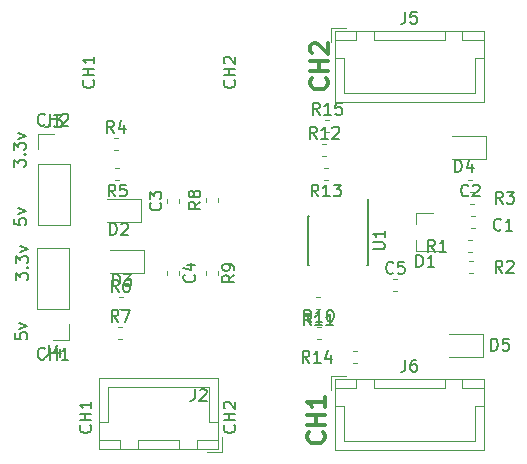
<source format=gbr>
G04 #@! TF.GenerationSoftware,KiCad,Pcbnew,(5.0.1)-3*
G04 #@! TF.CreationDate,2020-03-15T12:24:32-04:00*
G04 #@! TF.ProjectId,viparspectra-adapter,7669706172737065637472612D616461,rev?*
G04 #@! TF.SameCoordinates,Original*
G04 #@! TF.FileFunction,Legend,Top*
G04 #@! TF.FilePolarity,Positive*
%FSLAX46Y46*%
G04 Gerber Fmt 4.6, Leading zero omitted, Abs format (unit mm)*
G04 Created by KiCad (PCBNEW (5.0.1)-3) date 3/15/2020 12:24:32 PM*
%MOMM*%
%LPD*%
G01*
G04 APERTURE LIST*
%ADD10C,0.300000*%
%ADD11C,0.150000*%
%ADD12C,0.200000*%
%ADD13C,0.120000*%
G04 APERTURE END LIST*
D10*
X134901714Y-81299714D02*
X134973142Y-81371142D01*
X135044571Y-81585428D01*
X135044571Y-81728285D01*
X134973142Y-81942571D01*
X134830285Y-82085428D01*
X134687428Y-82156857D01*
X134401714Y-82228285D01*
X134187428Y-82228285D01*
X133901714Y-82156857D01*
X133758857Y-82085428D01*
X133616000Y-81942571D01*
X133544571Y-81728285D01*
X133544571Y-81585428D01*
X133616000Y-81371142D01*
X133687428Y-81299714D01*
X135044571Y-80656857D02*
X133544571Y-80656857D01*
X134258857Y-80656857D02*
X134258857Y-79799714D01*
X135044571Y-79799714D02*
X133544571Y-79799714D01*
X133687428Y-79156857D02*
X133616000Y-79085428D01*
X133544571Y-78942571D01*
X133544571Y-78585428D01*
X133616000Y-78442571D01*
X133687428Y-78371142D01*
X133830285Y-78299714D01*
X133973142Y-78299714D01*
X134187428Y-78371142D01*
X135044571Y-79228285D01*
X135044571Y-78299714D01*
D11*
X127103142Y-110672476D02*
X127150761Y-110720095D01*
X127198380Y-110862952D01*
X127198380Y-110958190D01*
X127150761Y-111101047D01*
X127055523Y-111196285D01*
X126960285Y-111243904D01*
X126769809Y-111291523D01*
X126626952Y-111291523D01*
X126436476Y-111243904D01*
X126341238Y-111196285D01*
X126246000Y-111101047D01*
X126198380Y-110958190D01*
X126198380Y-110862952D01*
X126246000Y-110720095D01*
X126293619Y-110672476D01*
X127198380Y-110243904D02*
X126198380Y-110243904D01*
X126674571Y-110243904D02*
X126674571Y-109672476D01*
X127198380Y-109672476D02*
X126198380Y-109672476D01*
X126293619Y-109243904D02*
X126246000Y-109196285D01*
X126198380Y-109101047D01*
X126198380Y-108862952D01*
X126246000Y-108767714D01*
X126293619Y-108720095D01*
X126388857Y-108672476D01*
X126484095Y-108672476D01*
X126626952Y-108720095D01*
X127198380Y-109291523D01*
X127198380Y-108672476D01*
X111069523Y-85193142D02*
X111021904Y-85240761D01*
X110879047Y-85288380D01*
X110783809Y-85288380D01*
X110640952Y-85240761D01*
X110545714Y-85145523D01*
X110498095Y-85050285D01*
X110450476Y-84859809D01*
X110450476Y-84716952D01*
X110498095Y-84526476D01*
X110545714Y-84431238D01*
X110640952Y-84336000D01*
X110783809Y-84288380D01*
X110879047Y-84288380D01*
X111021904Y-84336000D01*
X111069523Y-84383619D01*
X111498095Y-85288380D02*
X111498095Y-84288380D01*
X111498095Y-84764571D02*
X112069523Y-84764571D01*
X112069523Y-85288380D02*
X112069523Y-84288380D01*
X112498095Y-84383619D02*
X112545714Y-84336000D01*
X112640952Y-84288380D01*
X112879047Y-84288380D01*
X112974285Y-84336000D01*
X113021904Y-84383619D01*
X113069523Y-84478857D01*
X113069523Y-84574095D01*
X113021904Y-84716952D01*
X112450476Y-85288380D01*
X113069523Y-85288380D01*
X127103142Y-81462476D02*
X127150761Y-81510095D01*
X127198380Y-81652952D01*
X127198380Y-81748190D01*
X127150761Y-81891047D01*
X127055523Y-81986285D01*
X126960285Y-82033904D01*
X126769809Y-82081523D01*
X126626952Y-82081523D01*
X126436476Y-82033904D01*
X126341238Y-81986285D01*
X126246000Y-81891047D01*
X126198380Y-81748190D01*
X126198380Y-81652952D01*
X126246000Y-81510095D01*
X126293619Y-81462476D01*
X127198380Y-81033904D02*
X126198380Y-81033904D01*
X126674571Y-81033904D02*
X126674571Y-80462476D01*
X127198380Y-80462476D02*
X126198380Y-80462476D01*
X126293619Y-80033904D02*
X126246000Y-79986285D01*
X126198380Y-79891047D01*
X126198380Y-79652952D01*
X126246000Y-79557714D01*
X126293619Y-79510095D01*
X126388857Y-79462476D01*
X126484095Y-79462476D01*
X126626952Y-79510095D01*
X127198380Y-80081523D01*
X127198380Y-79462476D01*
X115165142Y-81462476D02*
X115212761Y-81510095D01*
X115260380Y-81652952D01*
X115260380Y-81748190D01*
X115212761Y-81891047D01*
X115117523Y-81986285D01*
X115022285Y-82033904D01*
X114831809Y-82081523D01*
X114688952Y-82081523D01*
X114498476Y-82033904D01*
X114403238Y-81986285D01*
X114308000Y-81891047D01*
X114260380Y-81748190D01*
X114260380Y-81652952D01*
X114308000Y-81510095D01*
X114355619Y-81462476D01*
X115260380Y-81033904D02*
X114260380Y-81033904D01*
X114736571Y-81033904D02*
X114736571Y-80462476D01*
X115260380Y-80462476D02*
X114260380Y-80462476D01*
X115260380Y-79462476D02*
X115260380Y-80033904D01*
X115260380Y-79748190D02*
X114260380Y-79748190D01*
X114403238Y-79843428D01*
X114498476Y-79938666D01*
X114546095Y-80033904D01*
X114911142Y-110672476D02*
X114958761Y-110720095D01*
X115006380Y-110862952D01*
X115006380Y-110958190D01*
X114958761Y-111101047D01*
X114863523Y-111196285D01*
X114768285Y-111243904D01*
X114577809Y-111291523D01*
X114434952Y-111291523D01*
X114244476Y-111243904D01*
X114149238Y-111196285D01*
X114054000Y-111101047D01*
X114006380Y-110958190D01*
X114006380Y-110862952D01*
X114054000Y-110720095D01*
X114101619Y-110672476D01*
X115006380Y-110243904D02*
X114006380Y-110243904D01*
X114482571Y-110243904D02*
X114482571Y-109672476D01*
X115006380Y-109672476D02*
X114006380Y-109672476D01*
X115006380Y-108672476D02*
X115006380Y-109243904D01*
X115006380Y-108958190D02*
X114006380Y-108958190D01*
X114149238Y-109053428D01*
X114244476Y-109148666D01*
X114292095Y-109243904D01*
X111069523Y-105005142D02*
X111021904Y-105052761D01*
X110879047Y-105100380D01*
X110783809Y-105100380D01*
X110640952Y-105052761D01*
X110545714Y-104957523D01*
X110498095Y-104862285D01*
X110450476Y-104671809D01*
X110450476Y-104528952D01*
X110498095Y-104338476D01*
X110545714Y-104243238D01*
X110640952Y-104148000D01*
X110783809Y-104100380D01*
X110879047Y-104100380D01*
X111021904Y-104148000D01*
X111069523Y-104195619D01*
X111498095Y-105100380D02*
X111498095Y-104100380D01*
X111498095Y-104576571D02*
X112069523Y-104576571D01*
X112069523Y-105100380D02*
X112069523Y-104100380D01*
X113069523Y-105100380D02*
X112498095Y-105100380D01*
X112783809Y-105100380D02*
X112783809Y-104100380D01*
X112688571Y-104243238D01*
X112593333Y-104338476D01*
X112498095Y-104386095D01*
D10*
X134647714Y-111271714D02*
X134719142Y-111343142D01*
X134790571Y-111557428D01*
X134790571Y-111700285D01*
X134719142Y-111914571D01*
X134576285Y-112057428D01*
X134433428Y-112128857D01*
X134147714Y-112200285D01*
X133933428Y-112200285D01*
X133647714Y-112128857D01*
X133504857Y-112057428D01*
X133362000Y-111914571D01*
X133290571Y-111700285D01*
X133290571Y-111557428D01*
X133362000Y-111343142D01*
X133433428Y-111271714D01*
X134790571Y-110628857D02*
X133290571Y-110628857D01*
X134004857Y-110628857D02*
X134004857Y-109771714D01*
X134790571Y-109771714D02*
X133290571Y-109771714D01*
X134790571Y-108271714D02*
X134790571Y-109128857D01*
X134790571Y-108700285D02*
X133290571Y-108700285D01*
X133504857Y-108843142D01*
X133647714Y-108986000D01*
X133719142Y-109128857D01*
D12*
X108489500Y-93167817D02*
X108489500Y-93644007D01*
X108965691Y-93691626D01*
X108918072Y-93644007D01*
X108870453Y-93548769D01*
X108870453Y-93310674D01*
X108918072Y-93215436D01*
X108965691Y-93167817D01*
X109060929Y-93120198D01*
X109299024Y-93120198D01*
X109394262Y-93167817D01*
X109441881Y-93215436D01*
X109489500Y-93310674D01*
X109489500Y-93548769D01*
X109441881Y-93644007D01*
X109394262Y-93691626D01*
X108822834Y-92786864D02*
X109489500Y-92548769D01*
X108822834Y-92310674D01*
X108568240Y-102855377D02*
X108568240Y-103331567D01*
X109044431Y-103379186D01*
X108996812Y-103331567D01*
X108949193Y-103236329D01*
X108949193Y-102998234D01*
X108996812Y-102902996D01*
X109044431Y-102855377D01*
X109139669Y-102807758D01*
X109377764Y-102807758D01*
X109473002Y-102855377D01*
X109520621Y-102902996D01*
X109568240Y-102998234D01*
X109568240Y-103236329D01*
X109520621Y-103331567D01*
X109473002Y-103379186D01*
X108901574Y-102474424D02*
X109568240Y-102236329D01*
X108901574Y-101998234D01*
X108626660Y-98387991D02*
X108626660Y-97768943D01*
X109007613Y-98102277D01*
X109007613Y-97959420D01*
X109055232Y-97864181D01*
X109102851Y-97816562D01*
X109198089Y-97768943D01*
X109436184Y-97768943D01*
X109531422Y-97816562D01*
X109579041Y-97864181D01*
X109626660Y-97959420D01*
X109626660Y-98245134D01*
X109579041Y-98340372D01*
X109531422Y-98387991D01*
X109531422Y-97340372D02*
X109579041Y-97292753D01*
X109626660Y-97340372D01*
X109579041Y-97387991D01*
X109531422Y-97340372D01*
X109626660Y-97340372D01*
X108626660Y-96959420D02*
X108626660Y-96340372D01*
X109007613Y-96673705D01*
X109007613Y-96530848D01*
X109055232Y-96435610D01*
X109102851Y-96387991D01*
X109198089Y-96340372D01*
X109436184Y-96340372D01*
X109531422Y-96387991D01*
X109579041Y-96435610D01*
X109626660Y-96530848D01*
X109626660Y-96816562D01*
X109579041Y-96911800D01*
X109531422Y-96959420D01*
X108959994Y-96007039D02*
X109626660Y-95768943D01*
X108959994Y-95530848D01*
X108438700Y-88789331D02*
X108438700Y-88170283D01*
X108819653Y-88503617D01*
X108819653Y-88360760D01*
X108867272Y-88265521D01*
X108914891Y-88217902D01*
X109010129Y-88170283D01*
X109248224Y-88170283D01*
X109343462Y-88217902D01*
X109391081Y-88265521D01*
X109438700Y-88360760D01*
X109438700Y-88646474D01*
X109391081Y-88741712D01*
X109343462Y-88789331D01*
X109343462Y-87741712D02*
X109391081Y-87694093D01*
X109438700Y-87741712D01*
X109391081Y-87789331D01*
X109343462Y-87741712D01*
X109438700Y-87741712D01*
X108438700Y-87360760D02*
X108438700Y-86741712D01*
X108819653Y-87075045D01*
X108819653Y-86932188D01*
X108867272Y-86836950D01*
X108914891Y-86789331D01*
X109010129Y-86741712D01*
X109248224Y-86741712D01*
X109343462Y-86789331D01*
X109391081Y-86836950D01*
X109438700Y-86932188D01*
X109438700Y-87217902D01*
X109391081Y-87313140D01*
X109343462Y-87360760D01*
X108772034Y-86408379D02*
X109438700Y-86170283D01*
X108772034Y-85932188D01*
D13*
G04 #@! TO.C,C1*
X147157221Y-92962000D02*
X147482779Y-92962000D01*
X147157221Y-93982000D02*
X147482779Y-93982000D01*
G04 #@! TO.C,D1*
X142512000Y-92720000D02*
X142512000Y-93650000D01*
X142512000Y-95880000D02*
X142512000Y-94950000D01*
X142512000Y-95880000D02*
X144672000Y-95880000D01*
X142512000Y-92720000D02*
X143972000Y-92720000D01*
G04 #@! TO.C,R13*
X135045267Y-88898000D02*
X134702733Y-88898000D01*
X135045267Y-89918000D02*
X134702733Y-89918000D01*
G04 #@! TO.C,R9*
X124712000Y-97618733D02*
X124712000Y-97961267D01*
X125732000Y-97618733D02*
X125732000Y-97961267D01*
D11*
G04 #@! TO.C,U1*
X138465000Y-92921000D02*
X138415000Y-92921000D01*
X138465000Y-97071000D02*
X138320000Y-97071000D01*
X133315000Y-97071000D02*
X133460000Y-97071000D01*
X133315000Y-92921000D02*
X133460000Y-92921000D01*
X138465000Y-92921000D02*
X138465000Y-97071000D01*
X133315000Y-92921000D02*
X133315000Y-97071000D01*
X138415000Y-92921000D02*
X138415000Y-91521000D01*
D13*
G04 #@! TO.C,J2*
X125760000Y-112660000D02*
X125760000Y-106690000D01*
X125760000Y-106690000D02*
X115640000Y-106690000D01*
X115640000Y-106690000D02*
X115640000Y-112660000D01*
X115640000Y-112660000D02*
X125760000Y-112660000D01*
X122450000Y-112650000D02*
X122450000Y-111900000D01*
X122450000Y-111900000D02*
X118950000Y-111900000D01*
X118950000Y-111900000D02*
X118950000Y-112650000D01*
X118950000Y-112650000D02*
X122450000Y-112650000D01*
X125750000Y-112650000D02*
X125750000Y-111900000D01*
X125750000Y-111900000D02*
X123950000Y-111900000D01*
X123950000Y-111900000D02*
X123950000Y-112650000D01*
X123950000Y-112650000D02*
X125750000Y-112650000D01*
X117450000Y-112650000D02*
X117450000Y-111900000D01*
X117450000Y-111900000D02*
X115650000Y-111900000D01*
X115650000Y-111900000D02*
X115650000Y-112650000D01*
X115650000Y-112650000D02*
X117450000Y-112650000D01*
X125750000Y-110400000D02*
X125000000Y-110400000D01*
X125000000Y-110400000D02*
X125000000Y-107450000D01*
X125000000Y-107450000D02*
X120700000Y-107450000D01*
X115650000Y-110400000D02*
X116400000Y-110400000D01*
X116400000Y-110400000D02*
X116400000Y-107450000D01*
X116400000Y-107450000D02*
X120700000Y-107450000D01*
X124800000Y-112950000D02*
X126050000Y-112950000D01*
X126050000Y-112950000D02*
X126050000Y-111700000D01*
G04 #@! TO.C,C2*
X147254279Y-88898000D02*
X146928721Y-88898000D01*
X147254279Y-89918000D02*
X146928721Y-89918000D01*
G04 #@! TO.C,C3*
X121410000Y-91831279D02*
X121410000Y-91505721D01*
X122430000Y-91831279D02*
X122430000Y-91505721D01*
G04 #@! TO.C,C4*
X121410000Y-97601721D02*
X121410000Y-97927279D01*
X122430000Y-97601721D02*
X122430000Y-97927279D01*
G04 #@! TO.C,C5*
X140578721Y-98296000D02*
X140904279Y-98296000D01*
X140578721Y-99316000D02*
X140904279Y-99316000D01*
G04 #@! TO.C,D2*
X116339000Y-93416000D02*
X119199000Y-93416000D01*
X119199000Y-93416000D02*
X119199000Y-91496000D01*
X119199000Y-91496000D02*
X116339000Y-91496000D01*
G04 #@! TO.C,D3*
X119471000Y-95814000D02*
X116611000Y-95814000D01*
X119471000Y-97734000D02*
X119471000Y-95814000D01*
X116611000Y-97734000D02*
X119471000Y-97734000D01*
G04 #@! TO.C,D4*
X145558000Y-88082000D02*
X148418000Y-88082000D01*
X148418000Y-88082000D02*
X148418000Y-86162000D01*
X148418000Y-86162000D02*
X145558000Y-86162000D01*
G04 #@! TO.C,D5*
X148164000Y-102926000D02*
X145304000Y-102926000D01*
X148164000Y-104846000D02*
X148164000Y-102926000D01*
X145304000Y-104846000D02*
X148164000Y-104846000D01*
G04 #@! TO.C,R1*
X147237267Y-94994000D02*
X146894733Y-94994000D01*
X147237267Y-96014000D02*
X146894733Y-96014000D01*
G04 #@! TO.C,R2*
X147007733Y-96772000D02*
X147350267Y-96772000D01*
X147007733Y-97792000D02*
X147350267Y-97792000D01*
G04 #@! TO.C,R3*
X147378267Y-90930000D02*
X147035733Y-90930000D01*
X147378267Y-91950000D02*
X147035733Y-91950000D01*
G04 #@! TO.C,R4*
X116922733Y-86358000D02*
X117265267Y-86358000D01*
X116922733Y-87378000D02*
X117265267Y-87378000D01*
G04 #@! TO.C,R5*
X117378267Y-89918000D02*
X117035733Y-89918000D01*
X117378267Y-88898000D02*
X117035733Y-88898000D01*
G04 #@! TO.C,R6*
X117317733Y-99820000D02*
X117660267Y-99820000D01*
X117317733Y-100840000D02*
X117660267Y-100840000D01*
G04 #@! TO.C,R7*
X117289733Y-102360000D02*
X117632267Y-102360000D01*
X117289733Y-103380000D02*
X117632267Y-103380000D01*
G04 #@! TO.C,R8*
X125732000Y-91752267D02*
X125732000Y-91409733D01*
X124712000Y-91752267D02*
X124712000Y-91409733D01*
G04 #@! TO.C,R10*
X134081733Y-102360000D02*
X134424267Y-102360000D01*
X134081733Y-103380000D02*
X134424267Y-103380000D01*
G04 #@! TO.C,R11*
X134396267Y-99820000D02*
X134053733Y-99820000D01*
X134396267Y-100840000D02*
X134053733Y-100840000D01*
G04 #@! TO.C,R12*
X134561733Y-86866000D02*
X134904267Y-86866000D01*
X134561733Y-87886000D02*
X134904267Y-87886000D01*
G04 #@! TO.C,R14*
X137129733Y-104392000D02*
X137472267Y-104392000D01*
X137129733Y-105412000D02*
X137472267Y-105412000D01*
G04 #@! TO.C,R15*
X134815733Y-85854000D02*
X135158267Y-85854000D01*
X134815733Y-84834000D02*
X135158267Y-84834000D01*
G04 #@! TO.C,J3*
X110501120Y-85969800D02*
X111831120Y-85969800D01*
X110501120Y-87299800D02*
X110501120Y-85969800D01*
X110501120Y-88569800D02*
X113161120Y-88569800D01*
X113161120Y-88569800D02*
X113161120Y-93709800D01*
X110501120Y-88569800D02*
X110501120Y-93709800D01*
X110501120Y-93709800D02*
X113161120Y-93709800D01*
G04 #@! TO.C,J4*
X113090000Y-95698000D02*
X110430000Y-95698000D01*
X113090000Y-100838000D02*
X113090000Y-95698000D01*
X110430000Y-100838000D02*
X110430000Y-95698000D01*
X113090000Y-100838000D02*
X110430000Y-100838000D01*
X113090000Y-102108000D02*
X113090000Y-103438000D01*
X113090000Y-103438000D02*
X111760000Y-103438000D01*
G04 #@! TO.C,J5*
X135326000Y-77006000D02*
X135326000Y-78256000D01*
X136576000Y-77006000D02*
X135326000Y-77006000D01*
X147476000Y-82506000D02*
X141926000Y-82506000D01*
X147476000Y-79556000D02*
X147476000Y-82506000D01*
X148226000Y-79556000D02*
X147476000Y-79556000D01*
X136376000Y-82506000D02*
X141926000Y-82506000D01*
X136376000Y-79556000D02*
X136376000Y-82506000D01*
X135626000Y-79556000D02*
X136376000Y-79556000D01*
X148226000Y-77306000D02*
X146426000Y-77306000D01*
X148226000Y-78056000D02*
X148226000Y-77306000D01*
X146426000Y-78056000D02*
X148226000Y-78056000D01*
X146426000Y-77306000D02*
X146426000Y-78056000D01*
X137426000Y-77306000D02*
X135626000Y-77306000D01*
X137426000Y-78056000D02*
X137426000Y-77306000D01*
X135626000Y-78056000D02*
X137426000Y-78056000D01*
X135626000Y-77306000D02*
X135626000Y-78056000D01*
X144926000Y-77306000D02*
X138926000Y-77306000D01*
X144926000Y-78056000D02*
X144926000Y-77306000D01*
X138926000Y-78056000D02*
X144926000Y-78056000D01*
X138926000Y-77306000D02*
X138926000Y-78056000D01*
X148236000Y-77296000D02*
X135616000Y-77296000D01*
X148236000Y-83266000D02*
X148236000Y-77296000D01*
X135616000Y-83266000D02*
X148236000Y-83266000D01*
X135616000Y-77296000D02*
X135616000Y-83266000D01*
G04 #@! TO.C,J6*
X135616000Y-106760000D02*
X135616000Y-112730000D01*
X135616000Y-112730000D02*
X148236000Y-112730000D01*
X148236000Y-112730000D02*
X148236000Y-106760000D01*
X148236000Y-106760000D02*
X135616000Y-106760000D01*
X138926000Y-106770000D02*
X138926000Y-107520000D01*
X138926000Y-107520000D02*
X144926000Y-107520000D01*
X144926000Y-107520000D02*
X144926000Y-106770000D01*
X144926000Y-106770000D02*
X138926000Y-106770000D01*
X135626000Y-106770000D02*
X135626000Y-107520000D01*
X135626000Y-107520000D02*
X137426000Y-107520000D01*
X137426000Y-107520000D02*
X137426000Y-106770000D01*
X137426000Y-106770000D02*
X135626000Y-106770000D01*
X146426000Y-106770000D02*
X146426000Y-107520000D01*
X146426000Y-107520000D02*
X148226000Y-107520000D01*
X148226000Y-107520000D02*
X148226000Y-106770000D01*
X148226000Y-106770000D02*
X146426000Y-106770000D01*
X135626000Y-109020000D02*
X136376000Y-109020000D01*
X136376000Y-109020000D02*
X136376000Y-111970000D01*
X136376000Y-111970000D02*
X141926000Y-111970000D01*
X148226000Y-109020000D02*
X147476000Y-109020000D01*
X147476000Y-109020000D02*
X147476000Y-111970000D01*
X147476000Y-111970000D02*
X141926000Y-111970000D01*
X136576000Y-106470000D02*
X135326000Y-106470000D01*
X135326000Y-106470000D02*
X135326000Y-107720000D01*
G04 #@! TO.C,C1*
D11*
X149693333Y-94083142D02*
X149645714Y-94130761D01*
X149502857Y-94178380D01*
X149407619Y-94178380D01*
X149264761Y-94130761D01*
X149169523Y-94035523D01*
X149121904Y-93940285D01*
X149074285Y-93749809D01*
X149074285Y-93606952D01*
X149121904Y-93416476D01*
X149169523Y-93321238D01*
X149264761Y-93226000D01*
X149407619Y-93178380D01*
X149502857Y-93178380D01*
X149645714Y-93226000D01*
X149693333Y-93273619D01*
X150645714Y-94178380D02*
X150074285Y-94178380D01*
X150360000Y-94178380D02*
X150360000Y-93178380D01*
X150264761Y-93321238D01*
X150169523Y-93416476D01*
X150074285Y-93464095D01*
G04 #@! TO.C,D1*
X142533904Y-97252380D02*
X142533904Y-96252380D01*
X142772000Y-96252380D01*
X142914857Y-96300000D01*
X143010095Y-96395238D01*
X143057714Y-96490476D01*
X143105333Y-96680952D01*
X143105333Y-96823809D01*
X143057714Y-97014285D01*
X143010095Y-97109523D01*
X142914857Y-97204761D01*
X142772000Y-97252380D01*
X142533904Y-97252380D01*
X144057714Y-97252380D02*
X143486285Y-97252380D01*
X143772000Y-97252380D02*
X143772000Y-96252380D01*
X143676761Y-96395238D01*
X143581523Y-96490476D01*
X143486285Y-96538095D01*
G04 #@! TO.C,R13*
X134231142Y-91290380D02*
X133897809Y-90814190D01*
X133659714Y-91290380D02*
X133659714Y-90290380D01*
X134040666Y-90290380D01*
X134135904Y-90338000D01*
X134183523Y-90385619D01*
X134231142Y-90480857D01*
X134231142Y-90623714D01*
X134183523Y-90718952D01*
X134135904Y-90766571D01*
X134040666Y-90814190D01*
X133659714Y-90814190D01*
X135183523Y-91290380D02*
X134612095Y-91290380D01*
X134897809Y-91290380D02*
X134897809Y-90290380D01*
X134802571Y-90433238D01*
X134707333Y-90528476D01*
X134612095Y-90576095D01*
X135516857Y-90290380D02*
X136135904Y-90290380D01*
X135802571Y-90671333D01*
X135945428Y-90671333D01*
X136040666Y-90718952D01*
X136088285Y-90766571D01*
X136135904Y-90861809D01*
X136135904Y-91099904D01*
X136088285Y-91195142D01*
X136040666Y-91242761D01*
X135945428Y-91290380D01*
X135659714Y-91290380D01*
X135564476Y-91242761D01*
X135516857Y-91195142D01*
G04 #@! TO.C,R9*
X127104380Y-97956666D02*
X126628190Y-98290000D01*
X127104380Y-98528095D02*
X126104380Y-98528095D01*
X126104380Y-98147142D01*
X126152000Y-98051904D01*
X126199619Y-98004285D01*
X126294857Y-97956666D01*
X126437714Y-97956666D01*
X126532952Y-98004285D01*
X126580571Y-98051904D01*
X126628190Y-98147142D01*
X126628190Y-98528095D01*
X127104380Y-97480476D02*
X127104380Y-97290000D01*
X127056761Y-97194761D01*
X127009142Y-97147142D01*
X126866285Y-97051904D01*
X126675809Y-97004285D01*
X126294857Y-97004285D01*
X126199619Y-97051904D01*
X126152000Y-97099523D01*
X126104380Y-97194761D01*
X126104380Y-97385238D01*
X126152000Y-97480476D01*
X126199619Y-97528095D01*
X126294857Y-97575714D01*
X126532952Y-97575714D01*
X126628190Y-97528095D01*
X126675809Y-97480476D01*
X126723428Y-97385238D01*
X126723428Y-97194761D01*
X126675809Y-97099523D01*
X126628190Y-97051904D01*
X126532952Y-97004285D01*
G04 #@! TO.C,U1*
X138842380Y-95757904D02*
X139651904Y-95757904D01*
X139747142Y-95710285D01*
X139794761Y-95662666D01*
X139842380Y-95567428D01*
X139842380Y-95376952D01*
X139794761Y-95281714D01*
X139747142Y-95234095D01*
X139651904Y-95186476D01*
X138842380Y-95186476D01*
X139842380Y-94186476D02*
X139842380Y-94757904D01*
X139842380Y-94472190D02*
X138842380Y-94472190D01*
X138985238Y-94567428D01*
X139080476Y-94662666D01*
X139128095Y-94757904D01*
G04 #@! TO.C,J2*
X123766666Y-107602380D02*
X123766666Y-108316666D01*
X123719047Y-108459523D01*
X123623809Y-108554761D01*
X123480952Y-108602380D01*
X123385714Y-108602380D01*
X124195238Y-107697619D02*
X124242857Y-107650000D01*
X124338095Y-107602380D01*
X124576190Y-107602380D01*
X124671428Y-107650000D01*
X124719047Y-107697619D01*
X124766666Y-107792857D01*
X124766666Y-107888095D01*
X124719047Y-108030952D01*
X124147619Y-108602380D01*
X124766666Y-108602380D01*
G04 #@! TO.C,C2*
X146924833Y-91195142D02*
X146877214Y-91242761D01*
X146734357Y-91290380D01*
X146639119Y-91290380D01*
X146496261Y-91242761D01*
X146401023Y-91147523D01*
X146353404Y-91052285D01*
X146305785Y-90861809D01*
X146305785Y-90718952D01*
X146353404Y-90528476D01*
X146401023Y-90433238D01*
X146496261Y-90338000D01*
X146639119Y-90290380D01*
X146734357Y-90290380D01*
X146877214Y-90338000D01*
X146924833Y-90385619D01*
X147305785Y-90385619D02*
X147353404Y-90338000D01*
X147448642Y-90290380D01*
X147686738Y-90290380D01*
X147781976Y-90338000D01*
X147829595Y-90385619D01*
X147877214Y-90480857D01*
X147877214Y-90576095D01*
X147829595Y-90718952D01*
X147258166Y-91290380D01*
X147877214Y-91290380D01*
G04 #@! TO.C,C3*
X120847142Y-91835166D02*
X120894761Y-91882785D01*
X120942380Y-92025642D01*
X120942380Y-92120880D01*
X120894761Y-92263738D01*
X120799523Y-92358976D01*
X120704285Y-92406595D01*
X120513809Y-92454214D01*
X120370952Y-92454214D01*
X120180476Y-92406595D01*
X120085238Y-92358976D01*
X119990000Y-92263738D01*
X119942380Y-92120880D01*
X119942380Y-92025642D01*
X119990000Y-91882785D01*
X120037619Y-91835166D01*
X119942380Y-91501833D02*
X119942380Y-90882785D01*
X120323333Y-91216119D01*
X120323333Y-91073261D01*
X120370952Y-90978023D01*
X120418571Y-90930404D01*
X120513809Y-90882785D01*
X120751904Y-90882785D01*
X120847142Y-90930404D01*
X120894761Y-90978023D01*
X120942380Y-91073261D01*
X120942380Y-91358976D01*
X120894761Y-91454214D01*
X120847142Y-91501833D01*
G04 #@! TO.C,C4*
X123707142Y-97931166D02*
X123754761Y-97978785D01*
X123802380Y-98121642D01*
X123802380Y-98216880D01*
X123754761Y-98359738D01*
X123659523Y-98454976D01*
X123564285Y-98502595D01*
X123373809Y-98550214D01*
X123230952Y-98550214D01*
X123040476Y-98502595D01*
X122945238Y-98454976D01*
X122850000Y-98359738D01*
X122802380Y-98216880D01*
X122802380Y-98121642D01*
X122850000Y-97978785D01*
X122897619Y-97931166D01*
X123135714Y-97074023D02*
X123802380Y-97074023D01*
X122754761Y-97312119D02*
X123469047Y-97550214D01*
X123469047Y-96931166D01*
G04 #@! TO.C,C5*
X140574833Y-97733142D02*
X140527214Y-97780761D01*
X140384357Y-97828380D01*
X140289119Y-97828380D01*
X140146261Y-97780761D01*
X140051023Y-97685523D01*
X140003404Y-97590285D01*
X139955785Y-97399809D01*
X139955785Y-97256952D01*
X140003404Y-97066476D01*
X140051023Y-96971238D01*
X140146261Y-96876000D01*
X140289119Y-96828380D01*
X140384357Y-96828380D01*
X140527214Y-96876000D01*
X140574833Y-96923619D01*
X141479595Y-96828380D02*
X141003404Y-96828380D01*
X140955785Y-97304571D01*
X141003404Y-97256952D01*
X141098642Y-97209333D01*
X141336738Y-97209333D01*
X141431976Y-97256952D01*
X141479595Y-97304571D01*
X141527214Y-97399809D01*
X141527214Y-97637904D01*
X141479595Y-97733142D01*
X141431976Y-97780761D01*
X141336738Y-97828380D01*
X141098642Y-97828380D01*
X141003404Y-97780761D01*
X140955785Y-97733142D01*
G04 #@! TO.C,D2*
X116600904Y-94558380D02*
X116600904Y-93558380D01*
X116839000Y-93558380D01*
X116981857Y-93606000D01*
X117077095Y-93701238D01*
X117124714Y-93796476D01*
X117172333Y-93986952D01*
X117172333Y-94129809D01*
X117124714Y-94320285D01*
X117077095Y-94415523D01*
X116981857Y-94510761D01*
X116839000Y-94558380D01*
X116600904Y-94558380D01*
X117553285Y-93653619D02*
X117600904Y-93606000D01*
X117696142Y-93558380D01*
X117934238Y-93558380D01*
X118029476Y-93606000D01*
X118077095Y-93653619D01*
X118124714Y-93748857D01*
X118124714Y-93844095D01*
X118077095Y-93986952D01*
X117505666Y-94558380D01*
X118124714Y-94558380D01*
G04 #@! TO.C,D3*
X116872904Y-98876380D02*
X116872904Y-97876380D01*
X117111000Y-97876380D01*
X117253857Y-97924000D01*
X117349095Y-98019238D01*
X117396714Y-98114476D01*
X117444333Y-98304952D01*
X117444333Y-98447809D01*
X117396714Y-98638285D01*
X117349095Y-98733523D01*
X117253857Y-98828761D01*
X117111000Y-98876380D01*
X116872904Y-98876380D01*
X117777666Y-97876380D02*
X118396714Y-97876380D01*
X118063380Y-98257333D01*
X118206238Y-98257333D01*
X118301476Y-98304952D01*
X118349095Y-98352571D01*
X118396714Y-98447809D01*
X118396714Y-98685904D01*
X118349095Y-98781142D01*
X118301476Y-98828761D01*
X118206238Y-98876380D01*
X117920523Y-98876380D01*
X117825285Y-98828761D01*
X117777666Y-98781142D01*
G04 #@! TO.C,D4*
X145819904Y-89224380D02*
X145819904Y-88224380D01*
X146058000Y-88224380D01*
X146200857Y-88272000D01*
X146296095Y-88367238D01*
X146343714Y-88462476D01*
X146391333Y-88652952D01*
X146391333Y-88795809D01*
X146343714Y-88986285D01*
X146296095Y-89081523D01*
X146200857Y-89176761D01*
X146058000Y-89224380D01*
X145819904Y-89224380D01*
X147248476Y-88557714D02*
X147248476Y-89224380D01*
X147010380Y-88176761D02*
X146772285Y-88891047D01*
X147391333Y-88891047D01*
G04 #@! TO.C,D5*
X148867904Y-104338380D02*
X148867904Y-103338380D01*
X149106000Y-103338380D01*
X149248857Y-103386000D01*
X149344095Y-103481238D01*
X149391714Y-103576476D01*
X149439333Y-103766952D01*
X149439333Y-103909809D01*
X149391714Y-104100285D01*
X149344095Y-104195523D01*
X149248857Y-104290761D01*
X149106000Y-104338380D01*
X148867904Y-104338380D01*
X150344095Y-103338380D02*
X149867904Y-103338380D01*
X149820285Y-103814571D01*
X149867904Y-103766952D01*
X149963142Y-103719333D01*
X150201238Y-103719333D01*
X150296476Y-103766952D01*
X150344095Y-103814571D01*
X150391714Y-103909809D01*
X150391714Y-104147904D01*
X150344095Y-104243142D01*
X150296476Y-104290761D01*
X150201238Y-104338380D01*
X149963142Y-104338380D01*
X149867904Y-104290761D01*
X149820285Y-104243142D01*
G04 #@! TO.C,R1*
X144105333Y-95956380D02*
X143772000Y-95480190D01*
X143533904Y-95956380D02*
X143533904Y-94956380D01*
X143914857Y-94956380D01*
X144010095Y-95004000D01*
X144057714Y-95051619D01*
X144105333Y-95146857D01*
X144105333Y-95289714D01*
X144057714Y-95384952D01*
X144010095Y-95432571D01*
X143914857Y-95480190D01*
X143533904Y-95480190D01*
X145057714Y-95956380D02*
X144486285Y-95956380D01*
X144772000Y-95956380D02*
X144772000Y-94956380D01*
X144676761Y-95099238D01*
X144581523Y-95194476D01*
X144486285Y-95242095D01*
G04 #@! TO.C,R2*
X149806333Y-97734380D02*
X149473000Y-97258190D01*
X149234904Y-97734380D02*
X149234904Y-96734380D01*
X149615857Y-96734380D01*
X149711095Y-96782000D01*
X149758714Y-96829619D01*
X149806333Y-96924857D01*
X149806333Y-97067714D01*
X149758714Y-97162952D01*
X149711095Y-97210571D01*
X149615857Y-97258190D01*
X149234904Y-97258190D01*
X150187285Y-96829619D02*
X150234904Y-96782000D01*
X150330142Y-96734380D01*
X150568238Y-96734380D01*
X150663476Y-96782000D01*
X150711095Y-96829619D01*
X150758714Y-96924857D01*
X150758714Y-97020095D01*
X150711095Y-97162952D01*
X150139666Y-97734380D01*
X150758714Y-97734380D01*
G04 #@! TO.C,R3*
X149834333Y-91892380D02*
X149501000Y-91416190D01*
X149262904Y-91892380D02*
X149262904Y-90892380D01*
X149643857Y-90892380D01*
X149739095Y-90940000D01*
X149786714Y-90987619D01*
X149834333Y-91082857D01*
X149834333Y-91225714D01*
X149786714Y-91320952D01*
X149739095Y-91368571D01*
X149643857Y-91416190D01*
X149262904Y-91416190D01*
X150167666Y-90892380D02*
X150786714Y-90892380D01*
X150453380Y-91273333D01*
X150596238Y-91273333D01*
X150691476Y-91320952D01*
X150739095Y-91368571D01*
X150786714Y-91463809D01*
X150786714Y-91701904D01*
X150739095Y-91797142D01*
X150691476Y-91844761D01*
X150596238Y-91892380D01*
X150310523Y-91892380D01*
X150215285Y-91844761D01*
X150167666Y-91797142D01*
G04 #@! TO.C,R4*
X116927333Y-85890380D02*
X116594000Y-85414190D01*
X116355904Y-85890380D02*
X116355904Y-84890380D01*
X116736857Y-84890380D01*
X116832095Y-84938000D01*
X116879714Y-84985619D01*
X116927333Y-85080857D01*
X116927333Y-85223714D01*
X116879714Y-85318952D01*
X116832095Y-85366571D01*
X116736857Y-85414190D01*
X116355904Y-85414190D01*
X117784476Y-85223714D02*
X117784476Y-85890380D01*
X117546380Y-84842761D02*
X117308285Y-85557047D01*
X117927333Y-85557047D01*
G04 #@! TO.C,R5*
X117040333Y-91290380D02*
X116707000Y-90814190D01*
X116468904Y-91290380D02*
X116468904Y-90290380D01*
X116849857Y-90290380D01*
X116945095Y-90338000D01*
X116992714Y-90385619D01*
X117040333Y-90480857D01*
X117040333Y-90623714D01*
X116992714Y-90718952D01*
X116945095Y-90766571D01*
X116849857Y-90814190D01*
X116468904Y-90814190D01*
X117945095Y-90290380D02*
X117468904Y-90290380D01*
X117421285Y-90766571D01*
X117468904Y-90718952D01*
X117564142Y-90671333D01*
X117802238Y-90671333D01*
X117897476Y-90718952D01*
X117945095Y-90766571D01*
X117992714Y-90861809D01*
X117992714Y-91099904D01*
X117945095Y-91195142D01*
X117897476Y-91242761D01*
X117802238Y-91290380D01*
X117564142Y-91290380D01*
X117468904Y-91242761D01*
X117421285Y-91195142D01*
G04 #@! TO.C,R6*
X117322333Y-99352380D02*
X116989000Y-98876190D01*
X116750904Y-99352380D02*
X116750904Y-98352380D01*
X117131857Y-98352380D01*
X117227095Y-98400000D01*
X117274714Y-98447619D01*
X117322333Y-98542857D01*
X117322333Y-98685714D01*
X117274714Y-98780952D01*
X117227095Y-98828571D01*
X117131857Y-98876190D01*
X116750904Y-98876190D01*
X118179476Y-98352380D02*
X117989000Y-98352380D01*
X117893761Y-98400000D01*
X117846142Y-98447619D01*
X117750904Y-98590476D01*
X117703285Y-98780952D01*
X117703285Y-99161904D01*
X117750904Y-99257142D01*
X117798523Y-99304761D01*
X117893761Y-99352380D01*
X118084238Y-99352380D01*
X118179476Y-99304761D01*
X118227095Y-99257142D01*
X118274714Y-99161904D01*
X118274714Y-98923809D01*
X118227095Y-98828571D01*
X118179476Y-98780952D01*
X118084238Y-98733333D01*
X117893761Y-98733333D01*
X117798523Y-98780952D01*
X117750904Y-98828571D01*
X117703285Y-98923809D01*
G04 #@! TO.C,R7*
X117294333Y-101892380D02*
X116961000Y-101416190D01*
X116722904Y-101892380D02*
X116722904Y-100892380D01*
X117103857Y-100892380D01*
X117199095Y-100940000D01*
X117246714Y-100987619D01*
X117294333Y-101082857D01*
X117294333Y-101225714D01*
X117246714Y-101320952D01*
X117199095Y-101368571D01*
X117103857Y-101416190D01*
X116722904Y-101416190D01*
X117627666Y-100892380D02*
X118294333Y-100892380D01*
X117865761Y-101892380D01*
G04 #@! TO.C,R8*
X124244380Y-91747666D02*
X123768190Y-92081000D01*
X124244380Y-92319095D02*
X123244380Y-92319095D01*
X123244380Y-91938142D01*
X123292000Y-91842904D01*
X123339619Y-91795285D01*
X123434857Y-91747666D01*
X123577714Y-91747666D01*
X123672952Y-91795285D01*
X123720571Y-91842904D01*
X123768190Y-91938142D01*
X123768190Y-92319095D01*
X123672952Y-91176238D02*
X123625333Y-91271476D01*
X123577714Y-91319095D01*
X123482476Y-91366714D01*
X123434857Y-91366714D01*
X123339619Y-91319095D01*
X123292000Y-91271476D01*
X123244380Y-91176238D01*
X123244380Y-90985761D01*
X123292000Y-90890523D01*
X123339619Y-90842904D01*
X123434857Y-90795285D01*
X123482476Y-90795285D01*
X123577714Y-90842904D01*
X123625333Y-90890523D01*
X123672952Y-90985761D01*
X123672952Y-91176238D01*
X123720571Y-91271476D01*
X123768190Y-91319095D01*
X123863428Y-91366714D01*
X124053904Y-91366714D01*
X124149142Y-91319095D01*
X124196761Y-91271476D01*
X124244380Y-91176238D01*
X124244380Y-90985761D01*
X124196761Y-90890523D01*
X124149142Y-90842904D01*
X124053904Y-90795285D01*
X123863428Y-90795285D01*
X123768190Y-90842904D01*
X123720571Y-90890523D01*
X123672952Y-90985761D01*
G04 #@! TO.C,R10*
X133610142Y-101892380D02*
X133276809Y-101416190D01*
X133038714Y-101892380D02*
X133038714Y-100892380D01*
X133419666Y-100892380D01*
X133514904Y-100940000D01*
X133562523Y-100987619D01*
X133610142Y-101082857D01*
X133610142Y-101225714D01*
X133562523Y-101320952D01*
X133514904Y-101368571D01*
X133419666Y-101416190D01*
X133038714Y-101416190D01*
X134562523Y-101892380D02*
X133991095Y-101892380D01*
X134276809Y-101892380D02*
X134276809Y-100892380D01*
X134181571Y-101035238D01*
X134086333Y-101130476D01*
X133991095Y-101178095D01*
X135181571Y-100892380D02*
X135276809Y-100892380D01*
X135372047Y-100940000D01*
X135419666Y-100987619D01*
X135467285Y-101082857D01*
X135514904Y-101273333D01*
X135514904Y-101511428D01*
X135467285Y-101701904D01*
X135419666Y-101797142D01*
X135372047Y-101844761D01*
X135276809Y-101892380D01*
X135181571Y-101892380D01*
X135086333Y-101844761D01*
X135038714Y-101797142D01*
X134991095Y-101701904D01*
X134943476Y-101511428D01*
X134943476Y-101273333D01*
X134991095Y-101082857D01*
X135038714Y-100987619D01*
X135086333Y-100940000D01*
X135181571Y-100892380D01*
G04 #@! TO.C,R11*
X133582142Y-102212380D02*
X133248809Y-101736190D01*
X133010714Y-102212380D02*
X133010714Y-101212380D01*
X133391666Y-101212380D01*
X133486904Y-101260000D01*
X133534523Y-101307619D01*
X133582142Y-101402857D01*
X133582142Y-101545714D01*
X133534523Y-101640952D01*
X133486904Y-101688571D01*
X133391666Y-101736190D01*
X133010714Y-101736190D01*
X134534523Y-102212380D02*
X133963095Y-102212380D01*
X134248809Y-102212380D02*
X134248809Y-101212380D01*
X134153571Y-101355238D01*
X134058333Y-101450476D01*
X133963095Y-101498095D01*
X135486904Y-102212380D02*
X134915476Y-102212380D01*
X135201190Y-102212380D02*
X135201190Y-101212380D01*
X135105952Y-101355238D01*
X135010714Y-101450476D01*
X134915476Y-101498095D01*
G04 #@! TO.C,R12*
X134090142Y-86398380D02*
X133756809Y-85922190D01*
X133518714Y-86398380D02*
X133518714Y-85398380D01*
X133899666Y-85398380D01*
X133994904Y-85446000D01*
X134042523Y-85493619D01*
X134090142Y-85588857D01*
X134090142Y-85731714D01*
X134042523Y-85826952D01*
X133994904Y-85874571D01*
X133899666Y-85922190D01*
X133518714Y-85922190D01*
X135042523Y-86398380D02*
X134471095Y-86398380D01*
X134756809Y-86398380D02*
X134756809Y-85398380D01*
X134661571Y-85541238D01*
X134566333Y-85636476D01*
X134471095Y-85684095D01*
X135423476Y-85493619D02*
X135471095Y-85446000D01*
X135566333Y-85398380D01*
X135804428Y-85398380D01*
X135899666Y-85446000D01*
X135947285Y-85493619D01*
X135994904Y-85588857D01*
X135994904Y-85684095D01*
X135947285Y-85826952D01*
X135375857Y-86398380D01*
X135994904Y-86398380D01*
G04 #@! TO.C,R14*
X133469142Y-105354380D02*
X133135809Y-104878190D01*
X132897714Y-105354380D02*
X132897714Y-104354380D01*
X133278666Y-104354380D01*
X133373904Y-104402000D01*
X133421523Y-104449619D01*
X133469142Y-104544857D01*
X133469142Y-104687714D01*
X133421523Y-104782952D01*
X133373904Y-104830571D01*
X133278666Y-104878190D01*
X132897714Y-104878190D01*
X134421523Y-105354380D02*
X133850095Y-105354380D01*
X134135809Y-105354380D02*
X134135809Y-104354380D01*
X134040571Y-104497238D01*
X133945333Y-104592476D01*
X133850095Y-104640095D01*
X135278666Y-104687714D02*
X135278666Y-105354380D01*
X135040571Y-104306761D02*
X134802476Y-105021047D01*
X135421523Y-105021047D01*
G04 #@! TO.C,R15*
X134344142Y-84366380D02*
X134010809Y-83890190D01*
X133772714Y-84366380D02*
X133772714Y-83366380D01*
X134153666Y-83366380D01*
X134248904Y-83414000D01*
X134296523Y-83461619D01*
X134344142Y-83556857D01*
X134344142Y-83699714D01*
X134296523Y-83794952D01*
X134248904Y-83842571D01*
X134153666Y-83890190D01*
X133772714Y-83890190D01*
X135296523Y-84366380D02*
X134725095Y-84366380D01*
X135010809Y-84366380D02*
X135010809Y-83366380D01*
X134915571Y-83509238D01*
X134820333Y-83604476D01*
X134725095Y-83652095D01*
X136201285Y-83366380D02*
X135725095Y-83366380D01*
X135677476Y-83842571D01*
X135725095Y-83794952D01*
X135820333Y-83747333D01*
X136058428Y-83747333D01*
X136153666Y-83794952D01*
X136201285Y-83842571D01*
X136248904Y-83937809D01*
X136248904Y-84175904D01*
X136201285Y-84271142D01*
X136153666Y-84318761D01*
X136058428Y-84366380D01*
X135820333Y-84366380D01*
X135725095Y-84318761D01*
X135677476Y-84271142D01*
G04 #@! TO.C,J3*
X111497786Y-84422180D02*
X111497786Y-85136466D01*
X111450167Y-85279323D01*
X111354929Y-85374561D01*
X111212072Y-85422180D01*
X111116834Y-85422180D01*
X111878739Y-84422180D02*
X112497786Y-84422180D01*
X112164453Y-84803133D01*
X112307310Y-84803133D01*
X112402548Y-84850752D01*
X112450167Y-84898371D01*
X112497786Y-84993609D01*
X112497786Y-85231704D01*
X112450167Y-85326942D01*
X112402548Y-85374561D01*
X112307310Y-85422180D01*
X112021596Y-85422180D01*
X111926358Y-85374561D01*
X111878739Y-85326942D01*
G04 #@! TO.C,J4*
X111426666Y-103890380D02*
X111426666Y-104604666D01*
X111379047Y-104747523D01*
X111283809Y-104842761D01*
X111140952Y-104890380D01*
X111045714Y-104890380D01*
X112331428Y-104223714D02*
X112331428Y-104890380D01*
X112093333Y-103842761D02*
X111855238Y-104557047D01*
X112474285Y-104557047D01*
G04 #@! TO.C,J5*
X141592666Y-75658380D02*
X141592666Y-76372666D01*
X141545047Y-76515523D01*
X141449809Y-76610761D01*
X141306952Y-76658380D01*
X141211714Y-76658380D01*
X142545047Y-75658380D02*
X142068857Y-75658380D01*
X142021238Y-76134571D01*
X142068857Y-76086952D01*
X142164095Y-76039333D01*
X142402190Y-76039333D01*
X142497428Y-76086952D01*
X142545047Y-76134571D01*
X142592666Y-76229809D01*
X142592666Y-76467904D01*
X142545047Y-76563142D01*
X142497428Y-76610761D01*
X142402190Y-76658380D01*
X142164095Y-76658380D01*
X142068857Y-76610761D01*
X142021238Y-76563142D01*
G04 #@! TO.C,J6*
X141592666Y-105122380D02*
X141592666Y-105836666D01*
X141545047Y-105979523D01*
X141449809Y-106074761D01*
X141306952Y-106122380D01*
X141211714Y-106122380D01*
X142497428Y-105122380D02*
X142306952Y-105122380D01*
X142211714Y-105170000D01*
X142164095Y-105217619D01*
X142068857Y-105360476D01*
X142021238Y-105550952D01*
X142021238Y-105931904D01*
X142068857Y-106027142D01*
X142116476Y-106074761D01*
X142211714Y-106122380D01*
X142402190Y-106122380D01*
X142497428Y-106074761D01*
X142545047Y-106027142D01*
X142592666Y-105931904D01*
X142592666Y-105693809D01*
X142545047Y-105598571D01*
X142497428Y-105550952D01*
X142402190Y-105503333D01*
X142211714Y-105503333D01*
X142116476Y-105550952D01*
X142068857Y-105598571D01*
X142021238Y-105693809D01*
G04 #@! TD*
M02*

</source>
